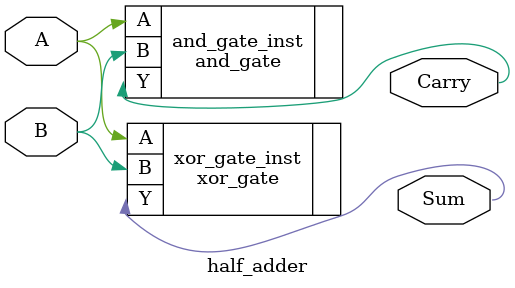
<source format=v>
module half_adder (

    input wire A, 
    input wire B, 
    output wire Sum,
    output wire Carry
);


xor_gate xor_gate_inst (

    .A(A), 
    .B(B),
    .Y(Sum)
);

and_gate and_gate_inst (

    .A(A), 
    .B(B), 
    .Y(Carry)
);

endmodule
</source>
